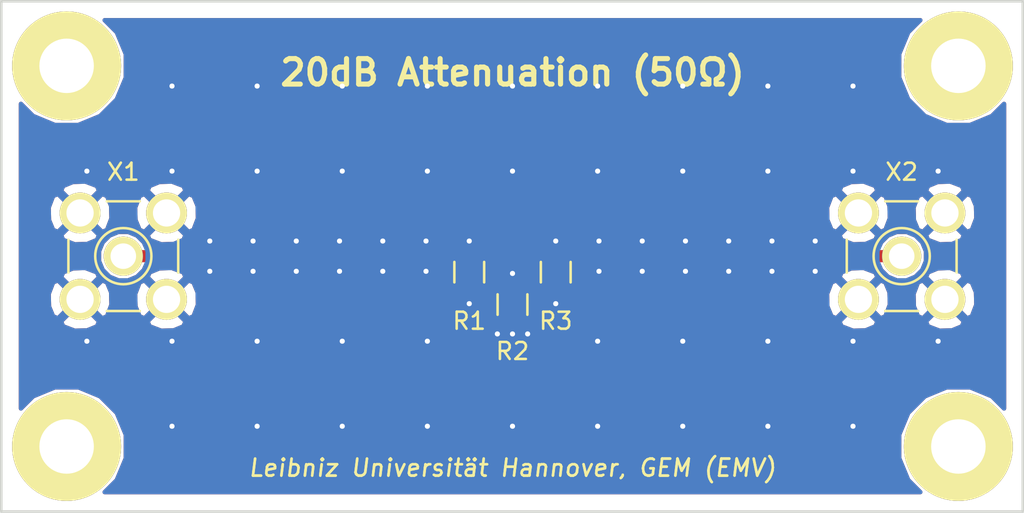
<source format=kicad_pcb>
(kicad_pcb (version 4) (host pcbnew 4.0.2+e4-6225~38~ubuntu15.10.1-stable)

  (general
    (links 83)
    (no_connects 0)
    (area 82.470143 88.521 185.693002 121.301)
    (thickness 1.6)
    (drawings 7)
    (tracks 11)
    (zones 0)
    (modules 80)
    (nets 5)
  )

  (page A4)
  (layers
    (0 F.Cu signal)
    (31 B.Cu signal)
    (32 B.Adhes user)
    (33 F.Adhes user)
    (34 B.Paste user)
    (35 F.Paste user)
    (36 B.SilkS user)
    (37 F.SilkS user)
    (38 B.Mask user)
    (39 F.Mask user)
    (40 Dwgs.User user)
    (41 Cmts.User user)
    (42 Eco1.User user)
    (43 Eco2.User user)
    (44 Edge.Cuts user)
    (45 Margin user)
    (46 B.CrtYd user)
    (47 F.CrtYd user)
    (48 B.Fab user)
    (49 F.Fab user)
  )

  (setup
    (last_trace_width 0.15)
    (trace_clearance 0.15)
    (zone_clearance 0.1)
    (zone_45_only no)
    (trace_min 0.15)
    (segment_width 0.1)
    (edge_width 0.15)
    (via_size 0.4)
    (via_drill 0.3)
    (via_min_size 0.4)
    (via_min_drill 0.3)
    (uvia_size 0.3)
    (uvia_drill 0.1)
    (uvias_allowed no)
    (uvia_min_size 0)
    (uvia_min_drill 0)
    (pcb_text_width 0.3)
    (pcb_text_size 1.5 1.5)
    (mod_edge_width 0.15)
    (mod_text_size 1 1)
    (mod_text_width 0.15)
    (pad_size 2.4 2.4)
    (pad_drill 1.6)
    (pad_to_mask_clearance 0.0762)
    (aux_axis_origin 120.028 104.986)
    (grid_origin 120.028 104.986)
    (visible_elements FFFFFF7F)
    (pcbplotparams
      (layerselection 0x000f0_80000001)
      (usegerberextensions false)
      (excludeedgelayer true)
      (linewidth 0.100000)
      (plotframeref false)
      (viasonmask false)
      (mode 1)
      (useauxorigin false)
      (hpglpennumber 1)
      (hpglpenspeed 20)
      (hpglpendiameter 15)
      (hpglpenoverlay 2)
      (psnegative false)
      (psa4output false)
      (plotreference true)
      (plotvalue true)
      (plotinvisibletext false)
      (padsonsilk false)
      (subtractmaskfromsilk false)
      (outputformat 1)
      (mirror false)
      (drillshape 0)
      (scaleselection 1)
      (outputdirectory ""))
  )

  (net 0 "")
  (net 1 GNDA)
  (net 2 "Net-(R1-Pad1)")
  (net 3 "Net-(R1-Pad2)")
  (net 4 "Net-(R3-Pad2)")

  (net_class Default "This is the default net class."
    (clearance 0.15)
    (trace_width 0.15)
    (via_dia 0.4)
    (via_drill 0.3)
    (uvia_dia 0.3)
    (uvia_drill 0.1)
    (add_net GNDA)
  )

  (net_class 50Ohm ""
    (clearance 0.15)
    (trace_width 0.714)
    (via_dia 0.4)
    (via_drill 0.3)
    (uvia_dia 0.3)
    (uvia_drill 0.1)
    (add_net "Net-(R1-Pad1)")
    (add_net "Net-(R1-Pad2)")
    (add_net "Net-(R3-Pad2)")
  )

  (module JueVias:VIA-0.3 (layer F.Cu) (tedit 575191BF) (tstamp 5762AE76)
    (at 120.917 109.558)
    (fp_text reference REF**1161 (at 0 -1) (layer F.SilkS) hide
      (effects (font (size 1 1) (thickness 0.15)))
    )
    (fp_text value VIA-0.3 (at 0 1) (layer F.Fab) hide
      (effects (font (size 1 1) (thickness 0.15)))
    )
    (pad 1 thru_hole circle (at 0 0) (size 0.6 0.6) (drill 0.3) (layers *.Cu)
      (net 1 GNDA))
  )

  (module JueVias:VIA-0.3 (layer F.Cu) (tedit 575191BF) (tstamp 5762AE5F)
    (at 119.139 109.558)
    (fp_text reference REF**1161 (at 0 -1) (layer F.SilkS) hide
      (effects (font (size 1 1) (thickness 0.15)))
    )
    (fp_text value VIA-0.3 (at 0 1) (layer F.Fab) hide
      (effects (font (size 1 1) (thickness 0.15)))
    )
    (pad 1 thru_hole circle (at 0 0) (size 0.6 0.6) (drill 0.3) (layers *.Cu)
      (net 1 GNDA))
  )

  (module JueVias:VIA-0.3 (layer F.Cu) (tedit 575191BF) (tstamp 5762AE5B)
    (at 120.028 106.002)
    (fp_text reference REF**1161 (at 0 -1) (layer F.SilkS) hide
      (effects (font (size 1 1) (thickness 0.15)))
    )
    (fp_text value VIA-0.3 (at 0 1) (layer F.Fab) hide
      (effects (font (size 1 1) (thickness 0.15)))
    )
    (pad 1 thru_hole circle (at 0 0) (size 0.6 0.6) (drill 0.3) (layers *.Cu)
      (net 1 GNDA))
  )

  (module JueVias:VIA-0.3 (layer F.Cu) (tedit 575191BF) (tstamp 5762AE57)
    (at 122.568 107.78)
    (fp_text reference REF**1161 (at 0 -1) (layer F.SilkS) hide
      (effects (font (size 1 1) (thickness 0.15)))
    )
    (fp_text value VIA-0.3 (at 0 1) (layer F.Fab) hide
      (effects (font (size 1 1) (thickness 0.15)))
    )
    (pad 1 thru_hole circle (at 0 0) (size 0.6 0.6) (drill 0.3) (layers *.Cu)
      (net 1 GNDA))
  )

  (module JueVias:VIA-0.3 (layer F.Cu) (tedit 575191BF) (tstamp 5762AE53)
    (at 117.488 107.78)
    (fp_text reference REF**1161 (at 0 -1) (layer F.SilkS) hide
      (effects (font (size 1 1) (thickness 0.15)))
    )
    (fp_text value VIA-0.3 (at 0 1) (layer F.Fab) hide
      (effects (font (size 1 1) (thickness 0.15)))
    )
    (pad 1 thru_hole circle (at 0 0) (size 0.6 0.6) (drill 0.3) (layers *.Cu)
      (net 1 GNDA))
  )

  (module JueVias:VIA-0.3 (layer F.Cu) (tedit 575191BF) (tstamp 5762AE4F)
    (at 122.568 104.097)
    (fp_text reference REF**1161 (at 0 -1) (layer F.SilkS) hide
      (effects (font (size 1 1) (thickness 0.15)))
    )
    (fp_text value VIA-0.3 (at 0 1) (layer F.Fab) hide
      (effects (font (size 1 1) (thickness 0.15)))
    )
    (pad 1 thru_hole circle (at 0 0) (size 0.6 0.6) (drill 0.3) (layers *.Cu)
      (net 1 GNDA))
  )

  (module JueVias:VIA-0.3 (layer F.Cu) (tedit 575191BF) (tstamp 5762AE2C)
    (at 117.488 104.097)
    (fp_text reference REF**1161 (at 0 -1) (layer F.SilkS) hide
      (effects (font (size 1 1) (thickness 0.15)))
    )
    (fp_text value VIA-0.3 (at 0 1) (layer F.Fab) hide
      (effects (font (size 1 1) (thickness 0.15)))
    )
    (pad 1 thru_hole circle (at 0 0) (size 0.6 0.6) (drill 0.3) (layers *.Cu)
      (net 1 GNDA))
  )

  (module Mounting_Holes:MountingHole_3.2mm_M3_Pad (layer F.Cu) (tedit 57518F98) (tstamp 57518FEC)
    (at 93.838 93.796)
    (descr "Mounting Hole 3.2mm, M3")
    (tags "mounting hole 3.2mm m3")
    (fp_text reference REF** (at 0 -4.2) (layer F.SilkS) hide
      (effects (font (size 1 1) (thickness 0.15)))
    )
    (fp_text value MountingHole_3.2mm_M3_Pad (at 0 4.2) (layer F.Fab) hide
      (effects (font (size 1 1) (thickness 0.15)))
    )
    (fp_circle (center 0 0) (end 3.2 0) (layer Cmts.User) (width 0.15))
    (fp_circle (center 0 0) (end 3.45 0) (layer F.CrtYd) (width 0.05))
    (pad 1 thru_hole circle (at 0 0) (size 6.4 6.4) (drill 3.2) (layers *.Cu *.Mask F.SilkS))
  )

  (module JueVias:VIA-0.3 (layer F.Cu) (tedit 575191BF) (tstamp 575EBBC2)
    (at 140.028 114.986)
    (fp_text reference REF**11711116 (at 0 -1) (layer F.SilkS) hide
      (effects (font (size 1 1) (thickness 0.15)))
    )
    (fp_text value VIA-0.3 (at 0 1) (layer F.Fab) hide
      (effects (font (size 1 1) (thickness 0.15)))
    )
    (pad 1 thru_hole circle (at 0 0) (size 0.6 0.6) (drill 0.3) (layers *.Cu)
      (net 1 GNDA))
  )

  (module JueVias:VIA-0.3 (layer F.Cu) (tedit 575191BF) (tstamp 575EBBBE)
    (at 135.028 114.986)
    (fp_text reference REF**11711106 (at 0 -1) (layer F.SilkS) hide
      (effects (font (size 1 1) (thickness 0.15)))
    )
    (fp_text value VIA-0.3 (at 0 1) (layer F.Fab) hide
      (effects (font (size 1 1) (thickness 0.15)))
    )
    (pad 1 thru_hole circle (at 0 0) (size 0.6 0.6) (drill 0.3) (layers *.Cu)
      (net 1 GNDA))
  )

  (module JueVias:VIA-0.3 (layer F.Cu) (tedit 575191BF) (tstamp 575EBBBA)
    (at 130.028 114.986)
    (fp_text reference REF**1171196 (at 0 -1) (layer F.SilkS) hide
      (effects (font (size 1 1) (thickness 0.15)))
    )
    (fp_text value VIA-0.3 (at 0 1) (layer F.Fab) hide
      (effects (font (size 1 1) (thickness 0.15)))
    )
    (pad 1 thru_hole circle (at 0 0) (size 0.6 0.6) (drill 0.3) (layers *.Cu)
      (net 1 GNDA))
  )

  (module JueVias:VIA-0.3 (layer F.Cu) (tedit 575191BF) (tstamp 575EBBB6)
    (at 125.028 114.986)
    (fp_text reference REF**1171186 (at 0 -1) (layer F.SilkS) hide
      (effects (font (size 1 1) (thickness 0.15)))
    )
    (fp_text value VIA-0.3 (at 0 1) (layer F.Fab) hide
      (effects (font (size 1 1) (thickness 0.15)))
    )
    (pad 1 thru_hole circle (at 0 0) (size 0.6 0.6) (drill 0.3) (layers *.Cu)
      (net 1 GNDA))
  )

  (module JueVias:VIA-0.3 (layer F.Cu) (tedit 575191BF) (tstamp 575EBBB2)
    (at 120.028 114.986)
    (fp_text reference REF**1171176 (at 0 -1) (layer F.SilkS) hide
      (effects (font (size 1 1) (thickness 0.15)))
    )
    (fp_text value VIA-0.3 (at 0 1) (layer F.Fab) hide
      (effects (font (size 1 1) (thickness 0.15)))
    )
    (pad 1 thru_hole circle (at 0 0) (size 0.6 0.6) (drill 0.3) (layers *.Cu)
      (net 1 GNDA))
  )

  (module JueVias:VIA-0.3 (layer F.Cu) (tedit 575191BF) (tstamp 575EBBAE)
    (at 115.028 114.986)
    (fp_text reference REF**1171166 (at 0 -1) (layer F.SilkS) hide
      (effects (font (size 1 1) (thickness 0.15)))
    )
    (fp_text value VIA-0.3 (at 0 1) (layer F.Fab) hide
      (effects (font (size 1 1) (thickness 0.15)))
    )
    (pad 1 thru_hole circle (at 0 0) (size 0.6 0.6) (drill 0.3) (layers *.Cu)
      (net 1 GNDA))
  )

  (module JueVias:VIA-0.3 (layer F.Cu) (tedit 575191BF) (tstamp 575EBBAA)
    (at 110.028 114.986)
    (fp_text reference REF**1171156 (at 0 -1) (layer F.SilkS) hide
      (effects (font (size 1 1) (thickness 0.15)))
    )
    (fp_text value VIA-0.3 (at 0 1) (layer F.Fab) hide
      (effects (font (size 1 1) (thickness 0.15)))
    )
    (pad 1 thru_hole circle (at 0 0) (size 0.6 0.6) (drill 0.3) (layers *.Cu)
      (net 1 GNDA))
  )

  (module JueVias:VIA-0.3 (layer F.Cu) (tedit 575191BF) (tstamp 575EBBA6)
    (at 105.028 114.986)
    (fp_text reference REF**1171146 (at 0 -1) (layer F.SilkS) hide
      (effects (font (size 1 1) (thickness 0.15)))
    )
    (fp_text value VIA-0.3 (at 0 1) (layer F.Fab) hide
      (effects (font (size 1 1) (thickness 0.15)))
    )
    (pad 1 thru_hole circle (at 0 0) (size 0.6 0.6) (drill 0.3) (layers *.Cu)
      (net 1 GNDA))
  )

  (module JueVias:VIA-0.3 (layer F.Cu) (tedit 575191BF) (tstamp 575EBBA2)
    (at 100.028 114.986)
    (fp_text reference REF**1171136 (at 0 -1) (layer F.SilkS) hide
      (effects (font (size 1 1) (thickness 0.15)))
    )
    (fp_text value VIA-0.3 (at 0 1) (layer F.Fab) hide
      (effects (font (size 1 1) (thickness 0.15)))
    )
    (pad 1 thru_hole circle (at 0 0) (size 0.6 0.6) (drill 0.3) (layers *.Cu)
      (net 1 GNDA))
  )

  (module JueVias:VIA-0.3 (layer F.Cu) (tedit 575191BF) (tstamp 575EBB92)
    (at 145.028 109.986)
    (fp_text reference REF**11711125 (at 0 -1) (layer F.SilkS) hide
      (effects (font (size 1 1) (thickness 0.15)))
    )
    (fp_text value VIA-0.3 (at 0 1) (layer F.Fab) hide
      (effects (font (size 1 1) (thickness 0.15)))
    )
    (pad 1 thru_hole circle (at 0 0) (size 0.6 0.6) (drill 0.3) (layers *.Cu)
      (net 1 GNDA))
  )

  (module JueVias:VIA-0.3 (layer F.Cu) (tedit 575191BF) (tstamp 575EBB8E)
    (at 140.028 109.986)
    (fp_text reference REF**11711115 (at 0 -1) (layer F.SilkS) hide
      (effects (font (size 1 1) (thickness 0.15)))
    )
    (fp_text value VIA-0.3 (at 0 1) (layer F.Fab) hide
      (effects (font (size 1 1) (thickness 0.15)))
    )
    (pad 1 thru_hole circle (at 0 0) (size 0.6 0.6) (drill 0.3) (layers *.Cu)
      (net 1 GNDA))
  )

  (module JueVias:VIA-0.3 (layer F.Cu) (tedit 575191BF) (tstamp 575EBB8A)
    (at 135.028 109.986)
    (fp_text reference REF**11711105 (at 0 -1) (layer F.SilkS) hide
      (effects (font (size 1 1) (thickness 0.15)))
    )
    (fp_text value VIA-0.3 (at 0 1) (layer F.Fab) hide
      (effects (font (size 1 1) (thickness 0.15)))
    )
    (pad 1 thru_hole circle (at 0 0) (size 0.6 0.6) (drill 0.3) (layers *.Cu)
      (net 1 GNDA))
  )

  (module JueVias:VIA-0.3 (layer F.Cu) (tedit 575191BF) (tstamp 575EBB86)
    (at 130.028 109.986)
    (fp_text reference REF**1171195 (at 0 -1) (layer F.SilkS) hide
      (effects (font (size 1 1) (thickness 0.15)))
    )
    (fp_text value VIA-0.3 (at 0 1) (layer F.Fab) hide
      (effects (font (size 1 1) (thickness 0.15)))
    )
    (pad 1 thru_hole circle (at 0 0) (size 0.6 0.6) (drill 0.3) (layers *.Cu)
      (net 1 GNDA))
  )

  (module JueVias:VIA-0.3 (layer F.Cu) (tedit 575191BF) (tstamp 575EBB82)
    (at 125.028 109.986)
    (fp_text reference REF**1171185 (at 0 -1) (layer F.SilkS) hide
      (effects (font (size 1 1) (thickness 0.15)))
    )
    (fp_text value VIA-0.3 (at 0 1) (layer F.Fab) hide
      (effects (font (size 1 1) (thickness 0.15)))
    )
    (pad 1 thru_hole circle (at 0 0) (size 0.6 0.6) (drill 0.3) (layers *.Cu)
      (net 1 GNDA))
  )

  (module JueVias:VIA-0.3 (layer F.Cu) (tedit 575191BF) (tstamp 575EBB7E)
    (at 120.028 109.558)
    (fp_text reference REF**1171175 (at 0 -1) (layer F.SilkS) hide
      (effects (font (size 1 1) (thickness 0.15)))
    )
    (fp_text value VIA-0.3 (at 0 1) (layer F.Fab) hide
      (effects (font (size 1 1) (thickness 0.15)))
    )
    (pad 1 thru_hole circle (at 0 0) (size 0.6 0.6) (drill 0.3) (layers *.Cu)
      (net 1 GNDA))
  )

  (module JueVias:VIA-0.3 (layer F.Cu) (tedit 575191BF) (tstamp 575EBB7A)
    (at 115.028 109.986)
    (fp_text reference REF**1171165 (at 0 -1) (layer F.SilkS) hide
      (effects (font (size 1 1) (thickness 0.15)))
    )
    (fp_text value VIA-0.3 (at 0 1) (layer F.Fab) hide
      (effects (font (size 1 1) (thickness 0.15)))
    )
    (pad 1 thru_hole circle (at 0 0) (size 0.6 0.6) (drill 0.3) (layers *.Cu)
      (net 1 GNDA))
  )

  (module JueVias:VIA-0.3 (layer F.Cu) (tedit 575191BF) (tstamp 575EBB76)
    (at 110.028 109.986)
    (fp_text reference REF**1171155 (at 0 -1) (layer F.SilkS) hide
      (effects (font (size 1 1) (thickness 0.15)))
    )
    (fp_text value VIA-0.3 (at 0 1) (layer F.Fab) hide
      (effects (font (size 1 1) (thickness 0.15)))
    )
    (pad 1 thru_hole circle (at 0 0) (size 0.6 0.6) (drill 0.3) (layers *.Cu)
      (net 1 GNDA))
  )

  (module JueVias:VIA-0.3 (layer F.Cu) (tedit 575191BF) (tstamp 575EBB72)
    (at 105.028 109.986)
    (fp_text reference REF**1171145 (at 0 -1) (layer F.SilkS) hide
      (effects (font (size 1 1) (thickness 0.15)))
    )
    (fp_text value VIA-0.3 (at 0 1) (layer F.Fab) hide
      (effects (font (size 1 1) (thickness 0.15)))
    )
    (pad 1 thru_hole circle (at 0 0) (size 0.6 0.6) (drill 0.3) (layers *.Cu)
      (net 1 GNDA))
  )

  (module JueVias:VIA-0.3 (layer F.Cu) (tedit 575191BF) (tstamp 575EBB6E)
    (at 100.028 109.986)
    (fp_text reference REF**1171135 (at 0 -1) (layer F.SilkS) hide
      (effects (font (size 1 1) (thickness 0.15)))
    )
    (fp_text value VIA-0.3 (at 0 1) (layer F.Fab) hide
      (effects (font (size 1 1) (thickness 0.15)))
    )
    (pad 1 thru_hole circle (at 0 0) (size 0.6 0.6) (drill 0.3) (layers *.Cu)
      (net 1 GNDA))
  )

  (module JueVias:VIA-0.3 (layer F.Cu) (tedit 575191BF) (tstamp 575EBB6A)
    (at 95.028 109.986)
    (fp_text reference REF**1171125 (at 0 -1) (layer F.SilkS) hide
      (effects (font (size 1 1) (thickness 0.15)))
    )
    (fp_text value VIA-0.3 (at 0 1) (layer F.Fab) hide
      (effects (font (size 1 1) (thickness 0.15)))
    )
    (pad 1 thru_hole circle (at 0 0) (size 0.6 0.6) (drill 0.3) (layers *.Cu)
      (net 1 GNDA))
  )

  (module JueVias:VIA-0.3 (layer F.Cu) (tedit 575191BF) (tstamp 575EBB2A)
    (at 145.028 99.986)
    (fp_text reference REF**11711123 (at 0 -1) (layer F.SilkS) hide
      (effects (font (size 1 1) (thickness 0.15)))
    )
    (fp_text value VIA-0.3 (at 0 1) (layer F.Fab) hide
      (effects (font (size 1 1) (thickness 0.15)))
    )
    (pad 1 thru_hole circle (at 0 0) (size 0.6 0.6) (drill 0.3) (layers *.Cu)
      (net 1 GNDA))
  )

  (module JueVias:VIA-0.3 (layer F.Cu) (tedit 575191BF) (tstamp 575EBB26)
    (at 140.028 99.986)
    (fp_text reference REF**11711113 (at 0 -1) (layer F.SilkS) hide
      (effects (font (size 1 1) (thickness 0.15)))
    )
    (fp_text value VIA-0.3 (at 0 1) (layer F.Fab) hide
      (effects (font (size 1 1) (thickness 0.15)))
    )
    (pad 1 thru_hole circle (at 0 0) (size 0.6 0.6) (drill 0.3) (layers *.Cu)
      (net 1 GNDA))
  )

  (module JueVias:VIA-0.3 (layer F.Cu) (tedit 575191BF) (tstamp 575EBB22)
    (at 135.028 99.986)
    (fp_text reference REF**11711103 (at 0 -1) (layer F.SilkS) hide
      (effects (font (size 1 1) (thickness 0.15)))
    )
    (fp_text value VIA-0.3 (at 0 1) (layer F.Fab) hide
      (effects (font (size 1 1) (thickness 0.15)))
    )
    (pad 1 thru_hole circle (at 0 0) (size 0.6 0.6) (drill 0.3) (layers *.Cu)
      (net 1 GNDA))
  )

  (module JueVias:VIA-0.3 (layer F.Cu) (tedit 575191BF) (tstamp 575EBB1E)
    (at 130.028 99.986)
    (fp_text reference REF**1171193 (at 0 -1) (layer F.SilkS) hide
      (effects (font (size 1 1) (thickness 0.15)))
    )
    (fp_text value VIA-0.3 (at 0 1) (layer F.Fab) hide
      (effects (font (size 1 1) (thickness 0.15)))
    )
    (pad 1 thru_hole circle (at 0 0) (size 0.6 0.6) (drill 0.3) (layers *.Cu)
      (net 1 GNDA))
  )

  (module JueVias:VIA-0.3 (layer F.Cu) (tedit 575191BF) (tstamp 575EBB1A)
    (at 125.028 99.986)
    (fp_text reference REF**1171183 (at 0 -1) (layer F.SilkS) hide
      (effects (font (size 1 1) (thickness 0.15)))
    )
    (fp_text value VIA-0.3 (at 0 1) (layer F.Fab) hide
      (effects (font (size 1 1) (thickness 0.15)))
    )
    (pad 1 thru_hole circle (at 0 0) (size 0.6 0.6) (drill 0.3) (layers *.Cu)
      (net 1 GNDA))
  )

  (module JueVias:VIA-0.3 (layer F.Cu) (tedit 575191BF) (tstamp 575EBB16)
    (at 120.028 99.986)
    (fp_text reference REF**1171173 (at 0 -1) (layer F.SilkS) hide
      (effects (font (size 1 1) (thickness 0.15)))
    )
    (fp_text value VIA-0.3 (at 0 1) (layer F.Fab) hide
      (effects (font (size 1 1) (thickness 0.15)))
    )
    (pad 1 thru_hole circle (at 0 0) (size 0.6 0.6) (drill 0.3) (layers *.Cu)
      (net 1 GNDA))
  )

  (module JueVias:VIA-0.3 (layer F.Cu) (tedit 575191BF) (tstamp 575EBB12)
    (at 115.028 99.986)
    (fp_text reference REF**1171163 (at 0 -1) (layer F.SilkS) hide
      (effects (font (size 1 1) (thickness 0.15)))
    )
    (fp_text value VIA-0.3 (at 0 1) (layer F.Fab) hide
      (effects (font (size 1 1) (thickness 0.15)))
    )
    (pad 1 thru_hole circle (at 0 0) (size 0.6 0.6) (drill 0.3) (layers *.Cu)
      (net 1 GNDA))
  )

  (module JueVias:VIA-0.3 (layer F.Cu) (tedit 575191BF) (tstamp 575EBB0E)
    (at 110.028 99.986)
    (fp_text reference REF**1171153 (at 0 -1) (layer F.SilkS) hide
      (effects (font (size 1 1) (thickness 0.15)))
    )
    (fp_text value VIA-0.3 (at 0 1) (layer F.Fab) hide
      (effects (font (size 1 1) (thickness 0.15)))
    )
    (pad 1 thru_hole circle (at 0 0) (size 0.6 0.6) (drill 0.3) (layers *.Cu)
      (net 1 GNDA))
  )

  (module JueVias:VIA-0.3 (layer F.Cu) (tedit 575191BF) (tstamp 575EBB0A)
    (at 105.028 99.986)
    (fp_text reference REF**1171143 (at 0 -1) (layer F.SilkS) hide
      (effects (font (size 1 1) (thickness 0.15)))
    )
    (fp_text value VIA-0.3 (at 0 1) (layer F.Fab) hide
      (effects (font (size 1 1) (thickness 0.15)))
    )
    (pad 1 thru_hole circle (at 0 0) (size 0.6 0.6) (drill 0.3) (layers *.Cu)
      (net 1 GNDA))
  )

  (module JueVias:VIA-0.3 (layer F.Cu) (tedit 575191BF) (tstamp 575EBB06)
    (at 100.028 99.986)
    (fp_text reference REF**1171133 (at 0 -1) (layer F.SilkS) hide
      (effects (font (size 1 1) (thickness 0.15)))
    )
    (fp_text value VIA-0.3 (at 0 1) (layer F.Fab) hide
      (effects (font (size 1 1) (thickness 0.15)))
    )
    (pad 1 thru_hole circle (at 0 0) (size 0.6 0.6) (drill 0.3) (layers *.Cu)
      (net 1 GNDA))
  )

  (module JueVias:VIA-0.3 (layer F.Cu) (tedit 575191BF) (tstamp 575EBB02)
    (at 95.028 99.986)
    (fp_text reference REF**1171123 (at 0 -1) (layer F.SilkS) hide
      (effects (font (size 1 1) (thickness 0.15)))
    )
    (fp_text value VIA-0.3 (at 0 1) (layer F.Fab) hide
      (effects (font (size 1 1) (thickness 0.15)))
    )
    (pad 1 thru_hole circle (at 0 0) (size 0.6 0.6) (drill 0.3) (layers *.Cu)
      (net 1 GNDA))
  )

  (module JueVias:VIA-0.3 (layer F.Cu) (tedit 575191BF) (tstamp 575EBAF2)
    (at 140.028 94.986)
    (fp_text reference REF**11711112 (at 0 -1) (layer F.SilkS) hide
      (effects (font (size 1 1) (thickness 0.15)))
    )
    (fp_text value VIA-0.3 (at 0 1) (layer F.Fab) hide
      (effects (font (size 1 1) (thickness 0.15)))
    )
    (pad 1 thru_hole circle (at 0 0) (size 0.6 0.6) (drill 0.3) (layers *.Cu)
      (net 1 GNDA))
  )

  (module JueVias:VIA-0.3 (layer F.Cu) (tedit 575191BF) (tstamp 575EBAEE)
    (at 135.028 94.986)
    (fp_text reference REF**11711102 (at 0 -1) (layer F.SilkS) hide
      (effects (font (size 1 1) (thickness 0.15)))
    )
    (fp_text value VIA-0.3 (at 0 1) (layer F.Fab) hide
      (effects (font (size 1 1) (thickness 0.15)))
    )
    (pad 1 thru_hole circle (at 0 0) (size 0.6 0.6) (drill 0.3) (layers *.Cu)
      (net 1 GNDA))
  )

  (module JueVias:VIA-0.3 (layer F.Cu) (tedit 575191BF) (tstamp 575EBAEA)
    (at 130.028 94.986)
    (fp_text reference REF**1171192 (at 0 -1) (layer F.SilkS) hide
      (effects (font (size 1 1) (thickness 0.15)))
    )
    (fp_text value VIA-0.3 (at 0 1) (layer F.Fab) hide
      (effects (font (size 1 1) (thickness 0.15)))
    )
    (pad 1 thru_hole circle (at 0 0) (size 0.6 0.6) (drill 0.3) (layers *.Cu)
      (net 1 GNDA))
  )

  (module JueVias:VIA-0.3 (layer F.Cu) (tedit 575191BF) (tstamp 575EBAE6)
    (at 125.028 94.986)
    (fp_text reference REF**1171182 (at 0 -1) (layer F.SilkS) hide
      (effects (font (size 1 1) (thickness 0.15)))
    )
    (fp_text value VIA-0.3 (at 0 1) (layer F.Fab) hide
      (effects (font (size 1 1) (thickness 0.15)))
    )
    (pad 1 thru_hole circle (at 0 0) (size 0.6 0.6) (drill 0.3) (layers *.Cu)
      (net 1 GNDA))
  )

  (module JueVias:VIA-0.3 (layer F.Cu) (tedit 575191BF) (tstamp 575EBAE2)
    (at 120.028 94.986)
    (fp_text reference REF**1171172 (at 0 -1) (layer F.SilkS) hide
      (effects (font (size 1 1) (thickness 0.15)))
    )
    (fp_text value VIA-0.3 (at 0 1) (layer F.Fab) hide
      (effects (font (size 1 1) (thickness 0.15)))
    )
    (pad 1 thru_hole circle (at 0 0) (size 0.6 0.6) (drill 0.3) (layers *.Cu)
      (net 1 GNDA))
  )

  (module JueVias:VIA-0.3 (layer F.Cu) (tedit 575191BF) (tstamp 575EBADE)
    (at 115.028 94.986)
    (fp_text reference REF**1171162 (at 0 -1) (layer F.SilkS) hide
      (effects (font (size 1 1) (thickness 0.15)))
    )
    (fp_text value VIA-0.3 (at 0 1) (layer F.Fab) hide
      (effects (font (size 1 1) (thickness 0.15)))
    )
    (pad 1 thru_hole circle (at 0 0) (size 0.6 0.6) (drill 0.3) (layers *.Cu)
      (net 1 GNDA))
  )

  (module JueVias:VIA-0.3 (layer F.Cu) (tedit 575191BF) (tstamp 575EBADA)
    (at 110.028 94.986)
    (fp_text reference REF**1171152 (at 0 -1) (layer F.SilkS) hide
      (effects (font (size 1 1) (thickness 0.15)))
    )
    (fp_text value VIA-0.3 (at 0 1) (layer F.Fab) hide
      (effects (font (size 1 1) (thickness 0.15)))
    )
    (pad 1 thru_hole circle (at 0 0) (size 0.6 0.6) (drill 0.3) (layers *.Cu)
      (net 1 GNDA))
  )

  (module JueVias:VIA-0.3 (layer F.Cu) (tedit 575191BF) (tstamp 575EBAD6)
    (at 105.028 94.986)
    (fp_text reference REF**1171142 (at 0 -1) (layer F.SilkS) hide
      (effects (font (size 1 1) (thickness 0.15)))
    )
    (fp_text value VIA-0.3 (at 0 1) (layer F.Fab) hide
      (effects (font (size 1 1) (thickness 0.15)))
    )
    (pad 1 thru_hole circle (at 0 0) (size 0.6 0.6) (drill 0.3) (layers *.Cu)
      (net 1 GNDA))
  )

  (module JueVias:VIA-0.3 (layer F.Cu) (tedit 575191BF) (tstamp 575EBAD2)
    (at 100.028 94.986)
    (fp_text reference REF**1171132 (at 0 -1) (layer F.SilkS) hide
      (effects (font (size 1 1) (thickness 0.15)))
    )
    (fp_text value VIA-0.3 (at 0 1) (layer F.Fab) hide
      (effects (font (size 1 1) (thickness 0.15)))
    )
    (pad 1 thru_hole circle (at 0 0) (size 0.6 0.6) (drill 0.3) (layers *.Cu)
      (net 1 GNDA))
  )

  (module JueVias:VIA-0.3 (layer F.Cu) (tedit 575191BF) (tstamp 575EB886)
    (at 114.948 105.875)
    (fp_text reference REF**11161 (at 0 -1) (layer F.SilkS) hide
      (effects (font (size 1 1) (thickness 0.15)))
    )
    (fp_text value VIA-0.3 (at 0 1) (layer F.Fab) hide
      (effects (font (size 1 1) (thickness 0.15)))
    )
    (pad 1 thru_hole circle (at 0 0) (size 0.6 0.6) (drill 0.3) (layers *.Cu)
      (net 1 GNDA))
  )

  (module JueVias:VIA-0.3 (layer F.Cu) (tedit 575191BF) (tstamp 575EB882)
    (at 109.868 105.875)
    (fp_text reference REF**11141 (at 0 -1) (layer F.SilkS) hide
      (effects (font (size 1 1) (thickness 0.15)))
    )
    (fp_text value VIA-0.3 (at 0 1) (layer F.Fab) hide
      (effects (font (size 1 1) (thickness 0.15)))
    )
    (pad 1 thru_hole circle (at 0 0) (size 0.6 0.6) (drill 0.3) (layers *.Cu)
      (net 1 GNDA))
  )

  (module JueVias:VIA-0.3 (layer F.Cu) (tedit 575191BF) (tstamp 575EB87E)
    (at 107.328 105.875)
    (fp_text reference REF**11131 (at 0 -1) (layer F.SilkS) hide
      (effects (font (size 1 1) (thickness 0.15)))
    )
    (fp_text value VIA-0.3 (at 0 1) (layer F.Fab) hide
      (effects (font (size 1 1) (thickness 0.15)))
    )
    (pad 1 thru_hole circle (at 0 0) (size 0.6 0.6) (drill 0.3) (layers *.Cu)
      (net 1 GNDA))
  )

  (module JueVias:VIA-0.3 (layer F.Cu) (tedit 575191BF) (tstamp 575EB87A)
    (at 112.408 105.875)
    (fp_text reference REF**11151 (at 0 -1) (layer F.SilkS) hide
      (effects (font (size 1 1) (thickness 0.15)))
    )
    (fp_text value VIA-0.3 (at 0 1) (layer F.Fab) hide
      (effects (font (size 1 1) (thickness 0.15)))
    )
    (pad 1 thru_hole circle (at 0 0) (size 0.6 0.6) (drill 0.3) (layers *.Cu)
      (net 1 GNDA))
  )

  (module JueVias:VIA-0.3 (layer F.Cu) (tedit 575191BF) (tstamp 575EB876)
    (at 114.948 104.097)
    (fp_text reference REF**1161 (at 0 -1) (layer F.SilkS) hide
      (effects (font (size 1 1) (thickness 0.15)))
    )
    (fp_text value VIA-0.3 (at 0 1) (layer F.Fab) hide
      (effects (font (size 1 1) (thickness 0.15)))
    )
    (pad 1 thru_hole circle (at 0 0) (size 0.6 0.6) (drill 0.3) (layers *.Cu)
      (net 1 GNDA))
  )

  (module JueVias:VIA-0.3 (layer F.Cu) (tedit 575191BF) (tstamp 575EB872)
    (at 109.868 104.097)
    (fp_text reference REF**1141 (at 0 -1) (layer F.SilkS) hide
      (effects (font (size 1 1) (thickness 0.15)))
    )
    (fp_text value VIA-0.3 (at 0 1) (layer F.Fab) hide
      (effects (font (size 1 1) (thickness 0.15)))
    )
    (pad 1 thru_hole circle (at 0 0) (size 0.6 0.6) (drill 0.3) (layers *.Cu)
      (net 1 GNDA))
  )

  (module JueVias:VIA-0.3 (layer F.Cu) (tedit 575191BF) (tstamp 575EB86E)
    (at 107.328 104.097)
    (fp_text reference REF**1131 (at 0 -1) (layer F.SilkS) hide
      (effects (font (size 1 1) (thickness 0.15)))
    )
    (fp_text value VIA-0.3 (at 0 1) (layer F.Fab) hide
      (effects (font (size 1 1) (thickness 0.15)))
    )
    (pad 1 thru_hole circle (at 0 0) (size 0.6 0.6) (drill 0.3) (layers *.Cu)
      (net 1 GNDA))
  )

  (module JueVias:VIA-0.3 (layer F.Cu) (tedit 575191BF) (tstamp 575EB86A)
    (at 112.408 104.097)
    (fp_text reference REF**1151 (at 0 -1) (layer F.SilkS) hide
      (effects (font (size 1 1) (thickness 0.15)))
    )
    (fp_text value VIA-0.3 (at 0 1) (layer F.Fab) hide
      (effects (font (size 1 1) (thickness 0.15)))
    )
    (pad 1 thru_hole circle (at 0 0) (size 0.6 0.6) (drill 0.3) (layers *.Cu)
      (net 1 GNDA))
  )

  (module JueVias:VIA-0.3 (layer F.Cu) (tedit 575191BF) (tstamp 575EB85E)
    (at 102.248 105.875)
    (fp_text reference REF**11111 (at 0 -1) (layer F.SilkS) hide
      (effects (font (size 1 1) (thickness 0.15)))
    )
    (fp_text value VIA-0.3 (at 0 1) (layer F.Fab) hide
      (effects (font (size 1 1) (thickness 0.15)))
    )
    (pad 1 thru_hole circle (at 0 0) (size 0.6 0.6) (drill 0.3) (layers *.Cu)
      (net 1 GNDA))
  )

  (module JueVias:VIA-0.3 (layer F.Cu) (tedit 575191BF) (tstamp 575EB85A)
    (at 104.788 105.875)
    (fp_text reference REF**11121 (at 0 -1) (layer F.SilkS) hide
      (effects (font (size 1 1) (thickness 0.15)))
    )
    (fp_text value VIA-0.3 (at 0 1) (layer F.Fab) hide
      (effects (font (size 1 1) (thickness 0.15)))
    )
    (pad 1 thru_hole circle (at 0 0) (size 0.6 0.6) (drill 0.3) (layers *.Cu)
      (net 1 GNDA))
  )

  (module JueVias:VIA-0.3 (layer F.Cu) (tedit 575191BF) (tstamp 575EB856)
    (at 104.788 104.097)
    (fp_text reference REF**1121 (at 0 -1) (layer F.SilkS) hide
      (effects (font (size 1 1) (thickness 0.15)))
    )
    (fp_text value VIA-0.3 (at 0 1) (layer F.Fab) hide
      (effects (font (size 1 1) (thickness 0.15)))
    )
    (pad 1 thru_hole circle (at 0 0) (size 0.6 0.6) (drill 0.3) (layers *.Cu)
      (net 1 GNDA))
  )

  (module JueVias:VIA-0.3 (layer F.Cu) (tedit 575191BF) (tstamp 575EB852)
    (at 102.248 104.097)
    (fp_text reference REF**1111 (at 0 -1) (layer F.SilkS) hide
      (effects (font (size 1 1) (thickness 0.15)))
    )
    (fp_text value VIA-0.3 (at 0 1) (layer F.Fab) hide
      (effects (font (size 1 1) (thickness 0.15)))
    )
    (pad 1 thru_hole circle (at 0 0) (size 0.6 0.6) (drill 0.3) (layers *.Cu)
      (net 1 GNDA))
  )

  (module JueVias:VIA-0.3 (layer F.Cu) (tedit 575191BF) (tstamp 575EB7EE)
    (at 137.808 105.875)
    (fp_text reference REF**11171 (at 0 -1) (layer F.SilkS) hide
      (effects (font (size 1 1) (thickness 0.15)))
    )
    (fp_text value VIA-0.3 (at 0 1) (layer F.Fab) hide
      (effects (font (size 1 1) (thickness 0.15)))
    )
    (pad 1 thru_hole circle (at 0 0) (size 0.6 0.6) (drill 0.3) (layers *.Cu)
      (net 1 GNDA))
  )

  (module JueVias:VIA-0.3 (layer F.Cu) (tedit 575191BF) (tstamp 575EB7EA)
    (at 135.268 105.875)
    (fp_text reference REF**11161 (at 0 -1) (layer F.SilkS) hide
      (effects (font (size 1 1) (thickness 0.15)))
    )
    (fp_text value VIA-0.3 (at 0 1) (layer F.Fab) hide
      (effects (font (size 1 1) (thickness 0.15)))
    )
    (pad 1 thru_hole circle (at 0 0) (size 0.6 0.6) (drill 0.3) (layers *.Cu)
      (net 1 GNDA))
  )

  (module JueVias:VIA-0.3 (layer F.Cu) (tedit 575191BF) (tstamp 575EB7E6)
    (at 132.728 105.875)
    (fp_text reference REF**11151 (at 0 -1) (layer F.SilkS) hide
      (effects (font (size 1 1) (thickness 0.15)))
    )
    (fp_text value VIA-0.3 (at 0 1) (layer F.Fab) hide
      (effects (font (size 1 1) (thickness 0.15)))
    )
    (pad 1 thru_hole circle (at 0 0) (size 0.6 0.6) (drill 0.3) (layers *.Cu)
      (net 1 GNDA))
  )

  (module JueVias:VIA-0.3 (layer F.Cu) (tedit 575191BF) (tstamp 575EB7E2)
    (at 130.188 105.875)
    (fp_text reference REF**11141 (at 0 -1) (layer F.SilkS) hide
      (effects (font (size 1 1) (thickness 0.15)))
    )
    (fp_text value VIA-0.3 (at 0 1) (layer F.Fab) hide
      (effects (font (size 1 1) (thickness 0.15)))
    )
    (pad 1 thru_hole circle (at 0 0) (size 0.6 0.6) (drill 0.3) (layers *.Cu)
      (net 1 GNDA))
  )

  (module JueVias:VIA-0.3 (layer F.Cu) (tedit 575191BF) (tstamp 575EB7DE)
    (at 127.648 105.875)
    (fp_text reference REF**11131 (at 0 -1) (layer F.SilkS) hide
      (effects (font (size 1 1) (thickness 0.15)))
    )
    (fp_text value VIA-0.3 (at 0 1) (layer F.Fab) hide
      (effects (font (size 1 1) (thickness 0.15)))
    )
    (pad 1 thru_hole circle (at 0 0) (size 0.6 0.6) (drill 0.3) (layers *.Cu)
      (net 1 GNDA))
  )

  (module JueVias:VIA-0.3 (layer F.Cu) (tedit 575191BF) (tstamp 575EB7DA)
    (at 125.108 105.875)
    (fp_text reference REF**11121 (at 0 -1) (layer F.SilkS) hide
      (effects (font (size 1 1) (thickness 0.15)))
    )
    (fp_text value VIA-0.3 (at 0 1) (layer F.Fab) hide
      (effects (font (size 1 1) (thickness 0.15)))
    )
    (pad 1 thru_hole circle (at 0 0) (size 0.6 0.6) (drill 0.3) (layers *.Cu)
      (net 1 GNDA))
  )

  (module JueVias:VIA-0.3 (layer F.Cu) (tedit 575191BF) (tstamp 575EB79E)
    (at 137.808 104.097)
    (fp_text reference REF**1171 (at 0 -1) (layer F.SilkS) hide
      (effects (font (size 1 1) (thickness 0.15)))
    )
    (fp_text value VIA-0.3 (at 0 1) (layer F.Fab) hide
      (effects (font (size 1 1) (thickness 0.15)))
    )
    (pad 1 thru_hole circle (at 0 0) (size 0.6 0.6) (drill 0.3) (layers *.Cu)
      (net 1 GNDA))
  )

  (module JueVias:VIA-0.3 (layer F.Cu) (tedit 575191BF) (tstamp 575EB79A)
    (at 135.268 104.097)
    (fp_text reference REF**1161 (at 0 -1) (layer F.SilkS) hide
      (effects (font (size 1 1) (thickness 0.15)))
    )
    (fp_text value VIA-0.3 (at 0 1) (layer F.Fab) hide
      (effects (font (size 1 1) (thickness 0.15)))
    )
    (pad 1 thru_hole circle (at 0 0) (size 0.6 0.6) (drill 0.3) (layers *.Cu)
      (net 1 GNDA))
  )

  (module JueVias:VIA-0.3 (layer F.Cu) (tedit 575191BF) (tstamp 575EB796)
    (at 132.728 104.097)
    (fp_text reference REF**1151 (at 0 -1) (layer F.SilkS) hide
      (effects (font (size 1 1) (thickness 0.15)))
    )
    (fp_text value VIA-0.3 (at 0 1) (layer F.Fab) hide
      (effects (font (size 1 1) (thickness 0.15)))
    )
    (pad 1 thru_hole circle (at 0 0) (size 0.6 0.6) (drill 0.3) (layers *.Cu)
      (net 1 GNDA))
  )

  (module JueVias:VIA-0.3 (layer F.Cu) (tedit 575191BF) (tstamp 575EB792)
    (at 130.188 104.097)
    (fp_text reference REF**1141 (at 0 -1) (layer F.SilkS) hide
      (effects (font (size 1 1) (thickness 0.15)))
    )
    (fp_text value VIA-0.3 (at 0 1) (layer F.Fab) hide
      (effects (font (size 1 1) (thickness 0.15)))
    )
    (pad 1 thru_hole circle (at 0 0) (size 0.6 0.6) (drill 0.3) (layers *.Cu)
      (net 1 GNDA))
  )

  (module JueVias:VIA-0.3 (layer F.Cu) (tedit 575191BF) (tstamp 575EB78E)
    (at 127.648 104.097)
    (fp_text reference REF**1131 (at 0 -1) (layer F.SilkS) hide
      (effects (font (size 1 1) (thickness 0.15)))
    )
    (fp_text value VIA-0.3 (at 0 1) (layer F.Fab) hide
      (effects (font (size 1 1) (thickness 0.15)))
    )
    (pad 1 thru_hole circle (at 0 0) (size 0.6 0.6) (drill 0.3) (layers *.Cu)
      (net 1 GNDA))
  )

  (module JueVias:VIA-0.3 (layer F.Cu) (tedit 575191BF) (tstamp 575EB78A)
    (at 125.108 104.097)
    (fp_text reference REF**1121 (at 0 -1) (layer F.SilkS) hide
      (effects (font (size 1 1) (thickness 0.15)))
    )
    (fp_text value VIA-0.3 (at 0 1) (layer F.Fab) hide
      (effects (font (size 1 1) (thickness 0.15)))
    )
    (pad 1 thru_hole circle (at 0 0) (size 0.6 0.6) (drill 0.3) (layers *.Cu)
      (net 1 GNDA))
  )

  (module Mounting_Holes:MountingHole_3.2mm_M3_Pad (layer F.Cu) (tedit 57518F98) (tstamp 57518FD6)
    (at 146.218 116.176)
    (descr "Mounting Hole 3.2mm, M3")
    (tags "mounting hole 3.2mm m3")
    (fp_text reference REF** (at 0 -4.2) (layer F.SilkS) hide
      (effects (font (size 1 1) (thickness 0.15)))
    )
    (fp_text value MountingHole_3.2mm_M3_Pad (at 0 4.2) (layer F.Fab) hide
      (effects (font (size 1 1) (thickness 0.15)))
    )
    (fp_circle (center 0 0) (end 3.2 0) (layer Cmts.User) (width 0.15))
    (fp_circle (center 0 0) (end 3.45 0) (layer F.CrtYd) (width 0.05))
    (pad 1 thru_hole circle (at 0 0) (size 6.4 6.4) (drill 3.2) (layers *.Cu *.Mask F.SilkS))
  )

  (module Mounting_Holes:MountingHole_3.2mm_M3_Pad (layer F.Cu) (tedit 57518F98) (tstamp 57518FC5)
    (at 93.838 116.176)
    (descr "Mounting Hole 3.2mm, M3")
    (tags "mounting hole 3.2mm m3")
    (fp_text reference REF** (at 0 -4.2) (layer F.SilkS) hide
      (effects (font (size 1 1) (thickness 0.15)))
    )
    (fp_text value MountingHole_3.2mm_M3_Pad (at 0 4.2) (layer F.Fab) hide
      (effects (font (size 1 1) (thickness 0.15)))
    )
    (fp_circle (center 0 0) (end 3.2 0) (layer Cmts.User) (width 0.15))
    (fp_circle (center 0 0) (end 3.45 0) (layer F.CrtYd) (width 0.05))
    (pad 1 thru_hole circle (at 0 0) (size 6.4 6.4) (drill 3.2) (layers *.Cu *.Mask F.SilkS))
  )

  (module Mounting_Holes:MountingHole_3.2mm_M3_Pad (layer F.Cu) (tedit 57518F98) (tstamp 57518F88)
    (at 146.218 93.796)
    (descr "Mounting Hole 3.2mm, M3")
    (tags "mounting hole 3.2mm m3")
    (fp_text reference REF** (at 0 -4.2) (layer F.SilkS) hide
      (effects (font (size 1 1) (thickness 0.15)))
    )
    (fp_text value MountingHole_3.2mm_M3_Pad (at 0 4.2) (layer F.Fab) hide
      (effects (font (size 1 1) (thickness 0.15)))
    )
    (fp_circle (center 0 0) (end 3.2 0) (layer Cmts.User) (width 0.15))
    (fp_circle (center 0 0) (end 3.45 0) (layer F.CrtYd) (width 0.05))
    (pad 1 thru_hole circle (at 0 0) (size 6.4 6.4) (drill 3.2) (layers *.Cu *.Mask F.SilkS))
  )

  (module JueConnectors:SMA-F-THT (layer F.Cu) (tedit 575EBBCE) (tstamp 57518EB7)
    (at 142.888 104.986)
    (path /5762A83A)
    (fp_text reference X2 (at 0 -4.953) (layer F.SilkS)
      (effects (font (size 1 1) (thickness 0.15)))
    )
    (fp_text value SMA-F (at 0 5.08) (layer F.Fab)
      (effects (font (size 1 1) (thickness 0.15)))
    )
    (fp_circle (center 0 0) (end 1.651 0) (layer F.SilkS) (width 0.15))
    (fp_line (start 4.1925 4.1925) (end 4.1925 -4.1925) (layer F.CrtYd) (width 0.05))
    (fp_line (start -4.1925 4.1925) (end 4.1925 4.1925) (layer F.CrtYd) (width 0.05))
    (fp_line (start -4.1925 -4.1925) (end -4.1925 4.1925) (layer F.CrtYd) (width 0.05))
    (fp_line (start 4.1925 -4.1925) (end -4.1925 -4.1925) (layer F.CrtYd) (width 0.05))
    (fp_line (start -0.9675 -3.225) (end 0.9675 -3.225) (layer F.SilkS) (width 0.15))
    (fp_line (start 3.225 -0.9675) (end 3.225 0.9675) (layer F.SilkS) (width 0.15))
    (fp_line (start -0.9675 3.225) (end 0.9675 3.225) (layer F.SilkS) (width 0.15))
    (fp_line (start -3.225 -0.9675) (end -3.225 0.9675) (layer F.SilkS) (width 0.15))
    (pad GND thru_hole circle (at -2.54 -2.54) (size 2.4 2.4) (drill 1.6) (layers *.Cu *.Mask F.SilkS)
      (net 1 GNDA) (zone_connect 1))
    (pad GND thru_hole circle (at 2.54 -2.54) (size 2.4 2.4) (drill 1.6) (layers *.Cu *.Mask F.SilkS)
      (net 1 GNDA) (zone_connect 1))
    (pad GND thru_hole circle (at -2.54 2.54) (size 2.4 2.4) (drill 1.6) (layers *.Cu *.Mask F.SilkS)
      (net 1 GNDA) (zone_connect 1))
    (pad GND thru_hole circle (at 2.54 2.54) (size 2.4 2.4) (drill 1.6) (layers *.Cu *.Mask F.SilkS)
      (net 1 GNDA) (zone_connect 1))
    (pad HF thru_hole circle (at 0 0) (size 2.3 2.3) (drill 1.5) (layers *.Cu *.Mask F.SilkS)
      (net 4 "Net-(R3-Pad2)") (zone_connect 1))
  )

  (module JueConnectors:SMA-F-THT (layer F.Cu) (tedit 575EBBCE) (tstamp 57518EAE)
    (at 97.168 104.986)
    (path /5762A821)
    (fp_text reference X1 (at 0 -4.953) (layer F.SilkS)
      (effects (font (size 1 1) (thickness 0.15)))
    )
    (fp_text value SMA-F (at 0 5.08) (layer F.Fab)
      (effects (font (size 1 1) (thickness 0.15)))
    )
    (fp_circle (center 0 0) (end 1.651 0) (layer F.SilkS) (width 0.15))
    (fp_line (start 4.1925 4.1925) (end 4.1925 -4.1925) (layer F.CrtYd) (width 0.05))
    (fp_line (start -4.1925 4.1925) (end 4.1925 4.1925) (layer F.CrtYd) (width 0.05))
    (fp_line (start -4.1925 -4.1925) (end -4.1925 4.1925) (layer F.CrtYd) (width 0.05))
    (fp_line (start 4.1925 -4.1925) (end -4.1925 -4.1925) (layer F.CrtYd) (width 0.05))
    (fp_line (start -0.9675 -3.225) (end 0.9675 -3.225) (layer F.SilkS) (width 0.15))
    (fp_line (start 3.225 -0.9675) (end 3.225 0.9675) (layer F.SilkS) (width 0.15))
    (fp_line (start -0.9675 3.225) (end 0.9675 3.225) (layer F.SilkS) (width 0.15))
    (fp_line (start -3.225 -0.9675) (end -3.225 0.9675) (layer F.SilkS) (width 0.15))
    (pad GND thru_hole circle (at -2.54 -2.54) (size 2.4 2.4) (drill 1.6) (layers *.Cu *.Mask F.SilkS)
      (net 1 GNDA) (zone_connect 1))
    (pad GND thru_hole circle (at 2.54 -2.54) (size 2.4 2.4) (drill 1.6) (layers *.Cu *.Mask F.SilkS)
      (net 1 GNDA) (zone_connect 1))
    (pad GND thru_hole circle (at -2.54 2.54) (size 2.4 2.4) (drill 1.6) (layers *.Cu *.Mask F.SilkS)
      (net 1 GNDA) (zone_connect 1))
    (pad GND thru_hole circle (at 2.54 2.54) (size 2.4 2.4) (drill 1.6) (layers *.Cu *.Mask F.SilkS)
      (net 1 GNDA) (zone_connect 1))
    (pad HF thru_hole circle (at 0 0) (size 2.3 2.3) (drill 1.5) (layers *.Cu *.Mask F.SilkS)
      (net 2 "Net-(R1-Pad1)") (zone_connect 1))
  )

  (module Resistors_SMD:R_0805 (layer F.Cu) (tedit 5415CDEB) (tstamp 5762AD29)
    (at 117.488 105.9258 270)
    (descr "Resistor SMD 0805, reflow soldering, Vishay (see dcrcw.pdf)")
    (tags "resistor 0805")
    (path /5762A903)
    (attr smd)
    (fp_text reference R1 (at 2.8702 0 360) (layer F.SilkS)
      (effects (font (size 1 1) (thickness 0.15)))
    )
    (fp_text value 41R2 (at 0 0 270) (layer F.Fab)
      (effects (font (size 1 1) (thickness 0.15)))
    )
    (fp_line (start -1.6 -1) (end 1.6 -1) (layer F.CrtYd) (width 0.05))
    (fp_line (start -1.6 1) (end 1.6 1) (layer F.CrtYd) (width 0.05))
    (fp_line (start -1.6 -1) (end -1.6 1) (layer F.CrtYd) (width 0.05))
    (fp_line (start 1.6 -1) (end 1.6 1) (layer F.CrtYd) (width 0.05))
    (fp_line (start 0.6 0.875) (end -0.6 0.875) (layer F.SilkS) (width 0.15))
    (fp_line (start -0.6 -0.875) (end 0.6 -0.875) (layer F.SilkS) (width 0.15))
    (pad 1 smd rect (at -0.95 0 270) (size 0.7 1.3) (layers F.Cu F.Paste F.Mask)
      (net 2 "Net-(R1-Pad1)"))
    (pad 2 smd rect (at 0.95 0 270) (size 0.7 1.3) (layers F.Cu F.Paste F.Mask)
      (net 3 "Net-(R1-Pad2)"))
    (model Resistors_SMD.3dshapes/R_0805.wrl
      (at (xyz 0 0 0))
      (scale (xyz 1 1 1))
      (rotate (xyz 0 0 0))
    )
  )

  (module Resistors_SMD:R_0805 (layer F.Cu) (tedit 5415CDEB) (tstamp 5762AD2F)
    (at 120.028 107.8308 270)
    (descr "Resistor SMD 0805, reflow soldering, Vishay (see dcrcw.pdf)")
    (tags "resistor 0805")
    (path /5762AC87)
    (attr smd)
    (fp_text reference R2 (at 2.7432 0 360) (layer F.SilkS)
      (effects (font (size 1 1) (thickness 0.15)))
    )
    (fp_text value 10R2 (at 0 0 270) (layer F.Fab)
      (effects (font (size 1 1) (thickness 0.15)))
    )
    (fp_line (start -1.6 -1) (end 1.6 -1) (layer F.CrtYd) (width 0.05))
    (fp_line (start -1.6 1) (end 1.6 1) (layer F.CrtYd) (width 0.05))
    (fp_line (start -1.6 -1) (end -1.6 1) (layer F.CrtYd) (width 0.05))
    (fp_line (start 1.6 -1) (end 1.6 1) (layer F.CrtYd) (width 0.05))
    (fp_line (start 0.6 0.875) (end -0.6 0.875) (layer F.SilkS) (width 0.15))
    (fp_line (start -0.6 -0.875) (end 0.6 -0.875) (layer F.SilkS) (width 0.15))
    (pad 1 smd rect (at -0.95 0 270) (size 0.7 1.3) (layers F.Cu F.Paste F.Mask)
      (net 3 "Net-(R1-Pad2)"))
    (pad 2 smd rect (at 0.95 0 270) (size 0.7 1.3) (layers F.Cu F.Paste F.Mask)
      (net 1 GNDA))
    (model Resistors_SMD.3dshapes/R_0805.wrl
      (at (xyz 0 0 0))
      (scale (xyz 1 1 1))
      (rotate (xyz 0 0 0))
    )
  )

  (module Resistors_SMD:R_0805 (layer F.Cu) (tedit 5415CDEB) (tstamp 5762AD35)
    (at 122.568 105.9258 90)
    (descr "Resistor SMD 0805, reflow soldering, Vishay (see dcrcw.pdf)")
    (tags "resistor 0805")
    (path /5762A9BF)
    (attr smd)
    (fp_text reference R3 (at -2.8702 0 180) (layer F.SilkS)
      (effects (font (size 1 1) (thickness 0.15)))
    )
    (fp_text value 41R2 (at 0 0 90) (layer F.Fab)
      (effects (font (size 1 1) (thickness 0.15)))
    )
    (fp_line (start -1.6 -1) (end 1.6 -1) (layer F.CrtYd) (width 0.05))
    (fp_line (start -1.6 1) (end 1.6 1) (layer F.CrtYd) (width 0.05))
    (fp_line (start -1.6 -1) (end -1.6 1) (layer F.CrtYd) (width 0.05))
    (fp_line (start 1.6 -1) (end 1.6 1) (layer F.CrtYd) (width 0.05))
    (fp_line (start 0.6 0.875) (end -0.6 0.875) (layer F.SilkS) (width 0.15))
    (fp_line (start -0.6 -0.875) (end 0.6 -0.875) (layer F.SilkS) (width 0.15))
    (pad 1 smd rect (at -0.95 0 90) (size 0.7 1.3) (layers F.Cu F.Paste F.Mask)
      (net 3 "Net-(R1-Pad2)"))
    (pad 2 smd rect (at 0.95 0 90) (size 0.7 1.3) (layers F.Cu F.Paste F.Mask)
      (net 4 "Net-(R3-Pad2)"))
    (model Resistors_SMD.3dshapes/R_0805.wrl
      (at (xyz 0 0 0))
      (scale (xyz 1 1 1))
      (rotate (xyz 0 0 0))
    )
  )

  (gr_text "20dB Attenuation (50Ω)" (at 120.028 94.191) (layer F.SilkS)
    (effects (font (size 1.5 1.5) (thickness 0.3)))
  )
  (gr_line (start 90 120) (end 150 120) (layer Edge.Cuts) (width 0.15))
  (gr_text "Leibniz Universität Hannover, GEM (EMV)" (at 120.028 117.432) (layer F.SilkS)
    (effects (font (size 1 1) (thickness 0.15) italic))
  )
  (gr_text "Leibniz Universität Hannover, GEM (EMV)" (at 120.028 117.432) (layer F.SilkS) (tstamp 575196D4)
    (effects (font (size 1 1) (thickness 0.15) italic))
  )
  (gr_line (start 150 90) (end 90 90) (layer Edge.Cuts) (width 0.15))
  (gr_line (start 150 120) (end 150 90) (layer Edge.Cuts) (width 0.15))
  (gr_line (start 90 90) (end 90 120) (layer Edge.Cuts) (width 0.15))

  (segment (start 125.418 116.176) (end 185.418 116.176) (width 0.25) (layer Dwgs.User) (net 0) (tstamp 57518FD0))
  (segment (start 180 90) (end 120 90) (width 0.25) (layer Dwgs.User) (net 0))
  (segment (start 180 120) (end 180 90) (width 0.25) (layer Dwgs.User) (net 0))
  (segment (start 120 120) (end 180 120) (width 0.25) (layer Dwgs.User) (net 0))
  (segment (start 97.168 104.986) (end 117.4778 104.986) (width 0.714) (layer F.Cu) (net 2))
  (segment (start 117.4778 104.986) (end 117.488 104.9758) (width 0.714) (layer F.Cu) (net 2))
  (segment (start 122.568 106.8758) (end 120.033 106.8758) (width 0.714) (layer F.Cu) (net 3))
  (segment (start 120.033 106.8758) (end 120.028 106.8808) (width 0.714) (layer F.Cu) (net 3))
  (segment (start 117.488 106.8758) (end 120.023 106.8758) (width 0.714) (layer F.Cu) (net 3))
  (segment (start 142.888 104.986) (end 122.5782 104.986) (width 0.714) (layer F.Cu) (net 4))
  (segment (start 122.5782 104.986) (end 122.568 104.9758) (width 0.714) (layer F.Cu) (net 4))

  (zone (net 1) (net_name GNDA) (layer F.Cu) (tstamp 0) (hatch edge 0.508)
    (connect_pads yes (clearance 0.1))
    (min_thickness 0.254)
    (fill yes (arc_segments 16) (thermal_gap 0.508) (thermal_bridge_width 0.508))
    (polygon
      (pts
        (xy 91.028 118.986) (xy 91.028 90.986) (xy 149.028 90.986) (xy 149.028 118.986)
      )
    )
    (filled_polygon
      (pts
        (xy 143.272062 91.823866) (xy 142.741605 93.101348) (xy 142.740398 94.484584) (xy 143.268624 95.762989) (xy 144.245866 96.741938)
        (xy 145.523348 97.272395) (xy 146.906584 97.273602) (xy 148.184989 96.745376) (xy 148.901 96.030614) (xy 148.901 113.94217)
        (xy 148.190134 113.230062) (xy 146.912652 112.699605) (xy 145.529416 112.698398) (xy 144.251011 113.226624) (xy 143.272062 114.203866)
        (xy 142.741605 115.481348) (xy 142.740398 116.864584) (xy 143.268624 118.142989) (xy 143.983386 118.859) (xy 96.07183 118.859)
        (xy 96.783938 118.148134) (xy 97.314395 116.870652) (xy 97.315602 115.487416) (xy 96.787376 114.209011) (xy 95.810134 113.230062)
        (xy 94.532652 112.699605) (xy 93.149416 112.698398) (xy 91.871011 113.226624) (xy 91.155 113.941386) (xy 91.155 108.823175)
        (xy 93.51043 108.823175) (xy 93.633565 109.110788) (xy 94.315734 109.370707) (xy 95.045443 109.349786) (xy 95.622435 109.110788)
        (xy 95.74557 108.823175) (xy 98.59043 108.823175) (xy 98.713565 109.110788) (xy 99.395734 109.370707) (xy 100.125443 109.349786)
        (xy 100.702435 109.110788) (xy 100.82557 108.823175) (xy 139.23043 108.823175) (xy 139.353565 109.110788) (xy 140.035734 109.370707)
        (xy 140.765443 109.349786) (xy 141.342435 109.110788) (xy 141.46557 108.823175) (xy 144.31043 108.823175) (xy 144.433565 109.110788)
        (xy 145.115734 109.370707) (xy 145.845443 109.349786) (xy 146.422435 109.110788) (xy 146.54557 108.823175) (xy 145.428 107.705605)
        (xy 144.31043 108.823175) (xy 141.46557 108.823175) (xy 140.348 107.705605) (xy 139.23043 108.823175) (xy 100.82557 108.823175)
        (xy 99.708 107.705605) (xy 98.59043 108.823175) (xy 95.74557 108.823175) (xy 94.628 107.705605) (xy 93.51043 108.823175)
        (xy 91.155 108.823175) (xy 91.155 107.213734) (xy 92.783293 107.213734) (xy 92.804214 107.943443) (xy 93.043212 108.520435)
        (xy 93.330825 108.64357) (xy 94.448395 107.526) (xy 94.807605 107.526) (xy 95.925175 108.64357) (xy 96.212788 108.520435)
        (xy 96.472707 107.838266) (xy 96.454802 107.213734) (xy 97.863293 107.213734) (xy 97.884214 107.943443) (xy 98.123212 108.520435)
        (xy 98.410825 108.64357) (xy 99.528395 107.526) (xy 99.887605 107.526) (xy 101.005175 108.64357) (xy 101.292788 108.520435)
        (xy 101.552707 107.838266) (xy 101.531786 107.108557) (xy 101.292788 106.531565) (xy 101.279323 106.5258) (xy 116.555574 106.5258)
        (xy 116.555574 107.2258) (xy 116.574889 107.32845) (xy 116.635555 107.422727) (xy 116.72812 107.485975) (xy 116.838 107.508226)
        (xy 117.480087 107.508226) (xy 117.488 107.5098) (xy 119.361082 107.5098) (xy 119.378 107.513226) (xy 120.020087 107.513226)
        (xy 120.028 107.5148) (xy 120.035913 107.513226) (xy 120.678 107.513226) (xy 120.696208 107.5098) (xy 122.568 107.5098)
        (xy 122.575913 107.508226) (xy 123.218 107.508226) (xy 123.32065 107.488911) (xy 123.414927 107.428245) (xy 123.478175 107.33568)
        (xy 123.500426 107.2258) (xy 123.500426 107.213734) (xy 138.503293 107.213734) (xy 138.524214 107.943443) (xy 138.763212 108.520435)
        (xy 139.050825 108.64357) (xy 140.168395 107.526) (xy 140.527605 107.526) (xy 141.645175 108.64357) (xy 141.932788 108.520435)
        (xy 142.192707 107.838266) (xy 142.174802 107.213734) (xy 143.583293 107.213734) (xy 143.604214 107.943443) (xy 143.843212 108.520435)
        (xy 144.130825 108.64357) (xy 145.248395 107.526) (xy 145.607605 107.526) (xy 146.725175 108.64357) (xy 147.012788 108.520435)
        (xy 147.272707 107.838266) (xy 147.251786 107.108557) (xy 147.012788 106.531565) (xy 146.725175 106.40843) (xy 145.607605 107.526)
        (xy 145.248395 107.526) (xy 144.130825 106.40843) (xy 143.843212 106.531565) (xy 143.583293 107.213734) (xy 142.174802 107.213734)
        (xy 142.171786 107.108557) (xy 141.932788 106.531565) (xy 141.645175 106.40843) (xy 140.527605 107.526) (xy 140.168395 107.526)
        (xy 139.050825 106.40843) (xy 138.763212 106.531565) (xy 138.503293 107.213734) (xy 123.500426 107.213734) (xy 123.500426 106.5258)
        (xy 123.481111 106.42315) (xy 123.420445 106.328873) (xy 123.32788 106.265625) (xy 123.218 106.243374) (xy 122.575913 106.243374)
        (xy 122.568 106.2418) (xy 120.033 106.2418) (xy 120.028 106.242795) (xy 120.023 106.2418) (xy 117.488 106.2418)
        (xy 117.480087 106.243374) (xy 116.838 106.243374) (xy 116.73535 106.262689) (xy 116.641073 106.323355) (xy 116.577825 106.41592)
        (xy 116.555574 106.5258) (xy 101.279323 106.5258) (xy 101.005175 106.40843) (xy 99.887605 107.526) (xy 99.528395 107.526)
        (xy 98.410825 106.40843) (xy 98.123212 106.531565) (xy 97.863293 107.213734) (xy 96.454802 107.213734) (xy 96.451786 107.108557)
        (xy 96.212788 106.531565) (xy 95.925175 106.40843) (xy 94.807605 107.526) (xy 94.448395 107.526) (xy 93.330825 106.40843)
        (xy 93.043212 106.531565) (xy 92.783293 107.213734) (xy 91.155 107.213734) (xy 91.155 106.228825) (xy 93.51043 106.228825)
        (xy 94.628 107.346395) (xy 95.74557 106.228825) (xy 95.622435 105.941212) (xy 94.940266 105.681293) (xy 94.210557 105.702214)
        (xy 93.633565 105.941212) (xy 93.51043 106.228825) (xy 91.155 106.228825) (xy 91.155 105.268603) (xy 95.740752 105.268603)
        (xy 95.957543 105.793275) (xy 96.358614 106.195047) (xy 96.882907 106.412752) (xy 97.450603 106.413248) (xy 97.896938 106.228825)
        (xy 98.59043 106.228825) (xy 99.708 107.346395) (xy 100.82557 106.228825) (xy 139.23043 106.228825) (xy 140.348 107.346395)
        (xy 141.46557 106.228825) (xy 141.342435 105.941212) (xy 140.660266 105.681293) (xy 139.930557 105.702214) (xy 139.353565 105.941212)
        (xy 139.23043 106.228825) (xy 100.82557 106.228825) (xy 100.702435 105.941212) (xy 100.020266 105.681293) (xy 99.290557 105.702214)
        (xy 98.713565 105.941212) (xy 98.59043 106.228825) (xy 97.896938 106.228825) (xy 97.975275 106.196457) (xy 98.377047 105.795386)
        (xy 98.449873 105.62) (xy 117.4778 105.62) (xy 117.536993 105.608226) (xy 118.138 105.608226) (xy 118.24065 105.588911)
        (xy 118.334927 105.528245) (xy 118.398175 105.43568) (xy 118.420426 105.3258) (xy 118.420426 104.6258) (xy 121.635574 104.6258)
        (xy 121.635574 105.3258) (xy 121.654889 105.42845) (xy 121.715555 105.522727) (xy 121.80812 105.585975) (xy 121.918 105.608226)
        (xy 122.519007 105.608226) (xy 122.5782 105.62) (xy 141.605947 105.62) (xy 141.677543 105.793275) (xy 142.078614 106.195047)
        (xy 142.602907 106.412752) (xy 143.170603 106.413248) (xy 143.616938 106.228825) (xy 144.31043 106.228825) (xy 145.428 107.346395)
        (xy 146.54557 106.228825) (xy 146.422435 105.941212) (xy 145.740266 105.681293) (xy 145.010557 105.702214) (xy 144.433565 105.941212)
        (xy 144.31043 106.228825) (xy 143.616938 106.228825) (xy 143.695275 106.196457) (xy 144.097047 105.795386) (xy 144.314752 105.271093)
        (xy 144.315248 104.703397) (xy 144.098457 104.178725) (xy 143.697386 103.776953) (xy 143.61604 103.743175) (xy 144.31043 103.743175)
        (xy 144.433565 104.030788) (xy 145.115734 104.290707) (xy 145.845443 104.269786) (xy 146.422435 104.030788) (xy 146.54557 103.743175)
        (xy 145.428 102.625605) (xy 144.31043 103.743175) (xy 143.61604 103.743175) (xy 143.173093 103.559248) (xy 142.605397 103.558752)
        (xy 142.080725 103.775543) (xy 141.678953 104.176614) (xy 141.606127 104.352) (xy 123.260597 104.352) (xy 123.218 104.343374)
        (xy 122.575913 104.343374) (xy 122.568 104.3418) (xy 122.560087 104.343374) (xy 121.918 104.343374) (xy 121.81535 104.362689)
        (xy 121.721073 104.423355) (xy 121.657825 104.51592) (xy 121.635574 104.6258) (xy 118.420426 104.6258) (xy 118.401111 104.52315)
        (xy 118.340445 104.428873) (xy 118.24788 104.365625) (xy 118.138 104.343374) (xy 117.495913 104.343374) (xy 117.488 104.3418)
        (xy 117.480087 104.343374) (xy 116.838 104.343374) (xy 116.792157 104.352) (xy 98.450053 104.352) (xy 98.378457 104.178725)
        (xy 97.977386 103.776953) (xy 97.89604 103.743175) (xy 98.59043 103.743175) (xy 98.713565 104.030788) (xy 99.395734 104.290707)
        (xy 100.125443 104.269786) (xy 100.702435 104.030788) (xy 100.82557 103.743175) (xy 139.23043 103.743175) (xy 139.353565 104.030788)
        (xy 140.035734 104.290707) (xy 140.765443 104.269786) (xy 141.342435 104.030788) (xy 141.46557 103.743175) (xy 140.348 102.625605)
        (xy 139.23043 103.743175) (xy 100.82557 103.743175) (xy 99.708 102.625605) (xy 98.59043 103.743175) (xy 97.89604 103.743175)
        (xy 97.453093 103.559248) (xy 96.885397 103.558752) (xy 96.360725 103.775543) (xy 95.958953 104.176614) (xy 95.741248 104.700907)
        (xy 95.740752 105.268603) (xy 91.155 105.268603) (xy 91.155 103.743175) (xy 93.51043 103.743175) (xy 93.633565 104.030788)
        (xy 94.315734 104.290707) (xy 95.045443 104.269786) (xy 95.622435 104.030788) (xy 95.74557 103.743175) (xy 94.628 102.625605)
        (xy 93.51043 103.743175) (xy 91.155 103.743175) (xy 91.155 102.133734) (xy 92.783293 102.133734) (xy 92.804214 102.863443)
        (xy 93.043212 103.440435) (xy 93.330825 103.56357) (xy 94.448395 102.446) (xy 94.807605 102.446) (xy 95.925175 103.56357)
        (xy 96.212788 103.440435) (xy 96.472707 102.758266) (xy 96.454802 102.133734) (xy 97.863293 102.133734) (xy 97.884214 102.863443)
        (xy 98.123212 103.440435) (xy 98.410825 103.56357) (xy 99.528395 102.446) (xy 99.887605 102.446) (xy 101.005175 103.56357)
        (xy 101.292788 103.440435) (xy 101.552707 102.758266) (xy 101.534802 102.133734) (xy 138.503293 102.133734) (xy 138.524214 102.863443)
        (xy 138.763212 103.440435) (xy 139.050825 103.56357) (xy 140.168395 102.446) (xy 140.527605 102.446) (xy 141.645175 103.56357)
        (xy 141.932788 103.440435) (xy 142.192707 102.758266) (xy 142.174802 102.133734) (xy 143.583293 102.133734) (xy 143.604214 102.863443)
        (xy 143.843212 103.440435) (xy 144.130825 103.56357) (xy 145.248395 102.446) (xy 145.607605 102.446) (xy 146.725175 103.56357)
        (xy 147.012788 103.440435) (xy 147.272707 102.758266) (xy 147.251786 102.028557) (xy 147.012788 101.451565) (xy 146.725175 101.32843)
        (xy 145.607605 102.446) (xy 145.248395 102.446) (xy 144.130825 101.32843) (xy 143.843212 101.451565) (xy 143.583293 102.133734)
        (xy 142.174802 102.133734) (xy 142.171786 102.028557) (xy 141.932788 101.451565) (xy 141.645175 101.32843) (xy 140.527605 102.446)
        (xy 140.168395 102.446) (xy 139.050825 101.32843) (xy 138.763212 101.451565) (xy 138.503293 102.133734) (xy 101.534802 102.133734)
        (xy 101.531786 102.028557) (xy 101.292788 101.451565) (xy 101.005175 101.32843) (xy 99.887605 102.446) (xy 99.528395 102.446)
        (xy 98.410825 101.32843) (xy 98.123212 101.451565) (xy 97.863293 102.133734) (xy 96.454802 102.133734) (xy 96.451786 102.028557)
        (xy 96.212788 101.451565) (xy 95.925175 101.32843) (xy 94.807605 102.446) (xy 94.448395 102.446) (xy 93.330825 101.32843)
        (xy 93.043212 101.451565) (xy 92.783293 102.133734) (xy 91.155 102.133734) (xy 91.155 101.148825) (xy 93.51043 101.148825)
        (xy 94.628 102.266395) (xy 95.74557 101.148825) (xy 98.59043 101.148825) (xy 99.708 102.266395) (xy 100.82557 101.148825)
        (xy 139.23043 101.148825) (xy 140.348 102.266395) (xy 141.46557 101.148825) (xy 144.31043 101.148825) (xy 145.428 102.266395)
        (xy 146.54557 101.148825) (xy 146.422435 100.861212) (xy 145.740266 100.601293) (xy 145.010557 100.622214) (xy 144.433565 100.861212)
        (xy 144.31043 101.148825) (xy 141.46557 101.148825) (xy 141.342435 100.861212) (xy 140.660266 100.601293) (xy 139.930557 100.622214)
        (xy 139.353565 100.861212) (xy 139.23043 101.148825) (xy 100.82557 101.148825) (xy 100.702435 100.861212) (xy 100.020266 100.601293)
        (xy 99.290557 100.622214) (xy 98.713565 100.861212) (xy 98.59043 101.148825) (xy 95.74557 101.148825) (xy 95.622435 100.861212)
        (xy 94.940266 100.601293) (xy 94.210557 100.622214) (xy 93.633565 100.861212) (xy 93.51043 101.148825) (xy 91.155 101.148825)
        (xy 91.155 96.02983) (xy 91.865866 96.741938) (xy 93.143348 97.272395) (xy 94.526584 97.273602) (xy 95.804989 96.745376)
        (xy 96.783938 95.768134) (xy 97.314395 94.490652) (xy 97.315602 93.107416) (xy 96.787376 91.829011) (xy 96.072614 91.113)
        (xy 143.98417 91.113)
      )
    )
  )
  (zone (net 1) (net_name GNDA) (layer B.Cu) (tstamp 0) (hatch edge 0.508)
    (connect_pads yes (clearance 0.1))
    (min_thickness 0.254)
    (fill yes (arc_segments 16) (thermal_gap 0.508) (thermal_bridge_width 0.508))
    (polygon
      (pts
        (xy 91.028 118.986) (xy 91.028 90.986) (xy 149.028 90.986) (xy 149.028 118.986)
      )
    )
    (filled_polygon
      (pts
        (xy 143.272062 91.823866) (xy 142.741605 93.101348) (xy 142.740398 94.484584) (xy 143.268624 95.762989) (xy 144.245866 96.741938)
        (xy 145.523348 97.272395) (xy 146.906584 97.273602) (xy 148.184989 96.745376) (xy 148.901 96.030614) (xy 148.901 113.94217)
        (xy 148.190134 113.230062) (xy 146.912652 112.699605) (xy 145.529416 112.698398) (xy 144.251011 113.226624) (xy 143.272062 114.203866)
        (xy 142.741605 115.481348) (xy 142.740398 116.864584) (xy 143.268624 118.142989) (xy 143.983386 118.859) (xy 96.07183 118.859)
        (xy 96.783938 118.148134) (xy 97.314395 116.870652) (xy 97.315602 115.487416) (xy 96.787376 114.209011) (xy 95.810134 113.230062)
        (xy 94.532652 112.699605) (xy 93.149416 112.698398) (xy 91.871011 113.226624) (xy 91.155 113.941386) (xy 91.155 108.823175)
        (xy 93.51043 108.823175) (xy 93.633565 109.110788) (xy 94.315734 109.370707) (xy 95.045443 109.349786) (xy 95.622435 109.110788)
        (xy 95.74557 108.823175) (xy 98.59043 108.823175) (xy 98.713565 109.110788) (xy 99.395734 109.370707) (xy 100.125443 109.349786)
        (xy 100.702435 109.110788) (xy 100.82557 108.823175) (xy 139.23043 108.823175) (xy 139.353565 109.110788) (xy 140.035734 109.370707)
        (xy 140.765443 109.349786) (xy 141.342435 109.110788) (xy 141.46557 108.823175) (xy 144.31043 108.823175) (xy 144.433565 109.110788)
        (xy 145.115734 109.370707) (xy 145.845443 109.349786) (xy 146.422435 109.110788) (xy 146.54557 108.823175) (xy 145.428 107.705605)
        (xy 144.31043 108.823175) (xy 141.46557 108.823175) (xy 140.348 107.705605) (xy 139.23043 108.823175) (xy 100.82557 108.823175)
        (xy 99.708 107.705605) (xy 98.59043 108.823175) (xy 95.74557 108.823175) (xy 94.628 107.705605) (xy 93.51043 108.823175)
        (xy 91.155 108.823175) (xy 91.155 107.213734) (xy 92.783293 107.213734) (xy 92.804214 107.943443) (xy 93.043212 108.520435)
        (xy 93.330825 108.64357) (xy 94.448395 107.526) (xy 94.807605 107.526) (xy 95.925175 108.64357) (xy 96.212788 108.520435)
        (xy 96.472707 107.838266) (xy 96.454802 107.213734) (xy 97.863293 107.213734) (xy 97.884214 107.943443) (xy 98.123212 108.520435)
        (xy 98.410825 108.64357) (xy 99.528395 107.526) (xy 99.887605 107.526) (xy 101.005175 108.64357) (xy 101.292788 108.520435)
        (xy 101.552707 107.838266) (xy 101.534802 107.213734) (xy 138.503293 107.213734) (xy 138.524214 107.943443) (xy 138.763212 108.520435)
        (xy 139.050825 108.64357) (xy 140.168395 107.526) (xy 140.527605 107.526) (xy 141.645175 108.64357) (xy 141.932788 108.520435)
        (xy 142.192707 107.838266) (xy 142.174802 107.213734) (xy 143.583293 107.213734) (xy 143.604214 107.943443) (xy 143.843212 108.520435)
        (xy 144.130825 108.64357) (xy 145.248395 107.526) (xy 145.607605 107.526) (xy 146.725175 108.64357) (xy 147.012788 108.520435)
        (xy 147.272707 107.838266) (xy 147.251786 107.108557) (xy 147.012788 106.531565) (xy 146.725175 106.40843) (xy 145.607605 107.526)
        (xy 145.248395 107.526) (xy 144.130825 106.40843) (xy 143.843212 106.531565) (xy 143.583293 107.213734) (xy 142.174802 107.213734)
        (xy 142.171786 107.108557) (xy 141.932788 106.531565) (xy 141.645175 106.40843) (xy 140.527605 107.526) (xy 140.168395 107.526)
        (xy 139.050825 106.40843) (xy 138.763212 106.531565) (xy 138.503293 107.213734) (xy 101.534802 107.213734) (xy 101.531786 107.108557)
        (xy 101.292788 106.531565) (xy 101.005175 106.40843) (xy 99.887605 107.526) (xy 99.528395 107.526) (xy 98.410825 106.40843)
        (xy 98.123212 106.531565) (xy 97.863293 107.213734) (xy 96.454802 107.213734) (xy 96.451786 107.108557) (xy 96.212788 106.531565)
        (xy 95.925175 106.40843) (xy 94.807605 107.526) (xy 94.448395 107.526) (xy 93.330825 106.40843) (xy 93.043212 106.531565)
        (xy 92.783293 107.213734) (xy 91.155 107.213734) (xy 91.155 106.228825) (xy 93.51043 106.228825) (xy 94.628 107.346395)
        (xy 95.74557 106.228825) (xy 95.622435 105.941212) (xy 94.940266 105.681293) (xy 94.210557 105.702214) (xy 93.633565 105.941212)
        (xy 93.51043 106.228825) (xy 91.155 106.228825) (xy 91.155 105.268603) (xy 95.740752 105.268603) (xy 95.957543 105.793275)
        (xy 96.358614 106.195047) (xy 96.882907 106.412752) (xy 97.450603 106.413248) (xy 97.896938 106.228825) (xy 98.59043 106.228825)
        (xy 99.708 107.346395) (xy 100.82557 106.228825) (xy 139.23043 106.228825) (xy 140.348 107.346395) (xy 141.46557 106.228825)
        (xy 141.342435 105.941212) (xy 140.660266 105.681293) (xy 139.930557 105.702214) (xy 139.353565 105.941212) (xy 139.23043 106.228825)
        (xy 100.82557 106.228825) (xy 100.702435 105.941212) (xy 100.020266 105.681293) (xy 99.290557 105.702214) (xy 98.713565 105.941212)
        (xy 98.59043 106.228825) (xy 97.896938 106.228825) (xy 97.975275 106.196457) (xy 98.377047 105.795386) (xy 98.594752 105.271093)
        (xy 98.594754 105.268603) (xy 141.460752 105.268603) (xy 141.677543 105.793275) (xy 142.078614 106.195047) (xy 142.602907 106.412752)
        (xy 143.170603 106.413248) (xy 143.616938 106.228825) (xy 144.31043 106.228825) (xy 145.428 107.346395) (xy 146.54557 106.228825)
        (xy 146.422435 105.941212) (xy 145.740266 105.681293) (xy 145.010557 105.702214) (xy 144.433565 105.941212) (xy 144.31043 106.228825)
        (xy 143.616938 106.228825) (xy 143.695275 106.196457) (xy 144.097047 105.795386) (xy 144.314752 105.271093) (xy 144.315248 104.703397)
        (xy 144.098457 104.178725) (xy 143.697386 103.776953) (xy 143.61604 103.743175) (xy 144.31043 103.743175) (xy 144.433565 104.030788)
        (xy 145.115734 104.290707) (xy 145.845443 104.269786) (xy 146.422435 104.030788) (xy 146.54557 103.743175) (xy 145.428 102.625605)
        (xy 144.31043 103.743175) (xy 143.61604 103.743175) (xy 143.173093 103.559248) (xy 142.605397 103.558752) (xy 142.080725 103.775543)
        (xy 141.678953 104.176614) (xy 141.461248 104.700907) (xy 141.460752 105.268603) (xy 98.594754 105.268603) (xy 98.595248 104.703397)
        (xy 98.378457 104.178725) (xy 97.977386 103.776953) (xy 97.89604 103.743175) (xy 98.59043 103.743175) (xy 98.713565 104.030788)
        (xy 99.395734 104.290707) (xy 100.125443 104.269786) (xy 100.702435 104.030788) (xy 100.82557 103.743175) (xy 139.23043 103.743175)
        (xy 139.353565 104.030788) (xy 140.035734 104.290707) (xy 140.765443 104.269786) (xy 141.342435 104.030788) (xy 141.46557 103.743175)
        (xy 140.348 102.625605) (xy 139.23043 103.743175) (xy 100.82557 103.743175) (xy 99.708 102.625605) (xy 98.59043 103.743175)
        (xy 97.89604 103.743175) (xy 97.453093 103.559248) (xy 96.885397 103.558752) (xy 96.360725 103.775543) (xy 95.958953 104.176614)
        (xy 95.741248 104.700907) (xy 95.740752 105.268603) (xy 91.155 105.268603) (xy 91.155 103.743175) (xy 93.51043 103.743175)
        (xy 93.633565 104.030788) (xy 94.315734 104.290707) (xy 95.045443 104.269786) (xy 95.622435 104.030788) (xy 95.74557 103.743175)
        (xy 94.628 102.625605) (xy 93.51043 103.743175) (xy 91.155 103.743175) (xy 91.155 102.133734) (xy 92.783293 102.133734)
        (xy 92.804214 102.863443) (xy 93.043212 103.440435) (xy 93.330825 103.56357) (xy 94.448395 102.446) (xy 94.807605 102.446)
        (xy 95.925175 103.56357) (xy 96.212788 103.440435) (xy 96.472707 102.758266) (xy 96.454802 102.133734) (xy 97.863293 102.133734)
        (xy 97.884214 102.863443) (xy 98.123212 103.440435) (xy 98.410825 103.56357) (xy 99.528395 102.446) (xy 99.887605 102.446)
        (xy 101.005175 103.56357) (xy 101.292788 103.440435) (xy 101.552707 102.758266) (xy 101.534802 102.133734) (xy 138.503293 102.133734)
        (xy 138.524214 102.863443) (xy 138.763212 103.440435) (xy 139.050825 103.56357) (xy 140.168395 102.446) (xy 140.527605 102.446)
        (xy 141.645175 103.56357) (xy 141.932788 103.440435) (xy 142.192707 102.758266) (xy 142.174802 102.133734) (xy 143.583293 102.133734)
        (xy 143.604214 102.863443) (xy 143.843212 103.440435) (xy 144.130825 103.56357) (xy 145.248395 102.446) (xy 145.607605 102.446)
        (xy 146.725175 103.56357) (xy 147.012788 103.440435) (xy 147.272707 102.758266) (xy 147.251786 102.028557) (xy 147.012788 101.451565)
        (xy 146.725175 101.32843) (xy 145.607605 102.446) (xy 145.248395 102.446) (xy 144.130825 101.32843) (xy 143.843212 101.451565)
        (xy 143.583293 102.133734) (xy 142.174802 102.133734) (xy 142.171786 102.028557) (xy 141.932788 101.451565) (xy 141.645175 101.32843)
        (xy 140.527605 102.446) (xy 140.168395 102.446) (xy 139.050825 101.32843) (xy 138.763212 101.451565) (xy 138.503293 102.133734)
        (xy 101.534802 102.133734) (xy 101.531786 102.028557) (xy 101.292788 101.451565) (xy 101.005175 101.32843) (xy 99.887605 102.446)
        (xy 99.528395 102.446) (xy 98.410825 101.32843) (xy 98.123212 101.451565) (xy 97.863293 102.133734) (xy 96.454802 102.133734)
        (xy 96.451786 102.028557) (xy 96.212788 101.451565) (xy 95.925175 101.32843) (xy 94.807605 102.446) (xy 94.448395 102.446)
        (xy 93.330825 101.32843) (xy 93.043212 101.451565) (xy 92.783293 102.133734) (xy 91.155 102.133734) (xy 91.155 101.148825)
        (xy 93.51043 101.148825) (xy 94.628 102.266395) (xy 95.74557 101.148825) (xy 98.59043 101.148825) (xy 99.708 102.266395)
        (xy 100.82557 101.148825) (xy 139.23043 101.148825) (xy 140.348 102.266395) (xy 141.46557 101.148825) (xy 144.31043 101.148825)
        (xy 145.428 102.266395) (xy 146.54557 101.148825) (xy 146.422435 100.861212) (xy 145.740266 100.601293) (xy 145.010557 100.622214)
        (xy 144.433565 100.861212) (xy 144.31043 101.148825) (xy 141.46557 101.148825) (xy 141.342435 100.861212) (xy 140.660266 100.601293)
        (xy 139.930557 100.622214) (xy 139.353565 100.861212) (xy 139.23043 101.148825) (xy 100.82557 101.148825) (xy 100.702435 100.861212)
        (xy 100.020266 100.601293) (xy 99.290557 100.622214) (xy 98.713565 100.861212) (xy 98.59043 101.148825) (xy 95.74557 101.148825)
        (xy 95.622435 100.861212) (xy 94.940266 100.601293) (xy 94.210557 100.622214) (xy 93.633565 100.861212) (xy 93.51043 101.148825)
        (xy 91.155 101.148825) (xy 91.155 96.02983) (xy 91.865866 96.741938) (xy 93.143348 97.272395) (xy 94.526584 97.273602)
        (xy 95.804989 96.745376) (xy 96.783938 95.768134) (xy 97.314395 94.490652) (xy 97.315602 93.107416) (xy 96.787376 91.829011)
        (xy 96.072614 91.113) (xy 143.98417 91.113)
      )
    )
  )
)

</source>
